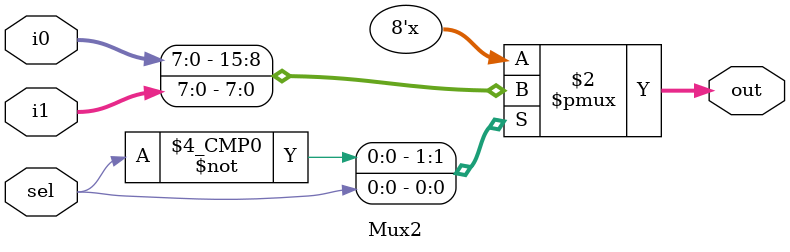
<source format=v>
module Mux2 #(parameter N=8)(input [N-1:0] i0,i1 ,input sel ,output reg [N-1:0] out);

always @ (i0,i1,sel)
	case(sel)
		1'b0 : out = i0;
		1'b1 : out = i1;
		default : out = 0;
	endcase
endmodule
</source>
